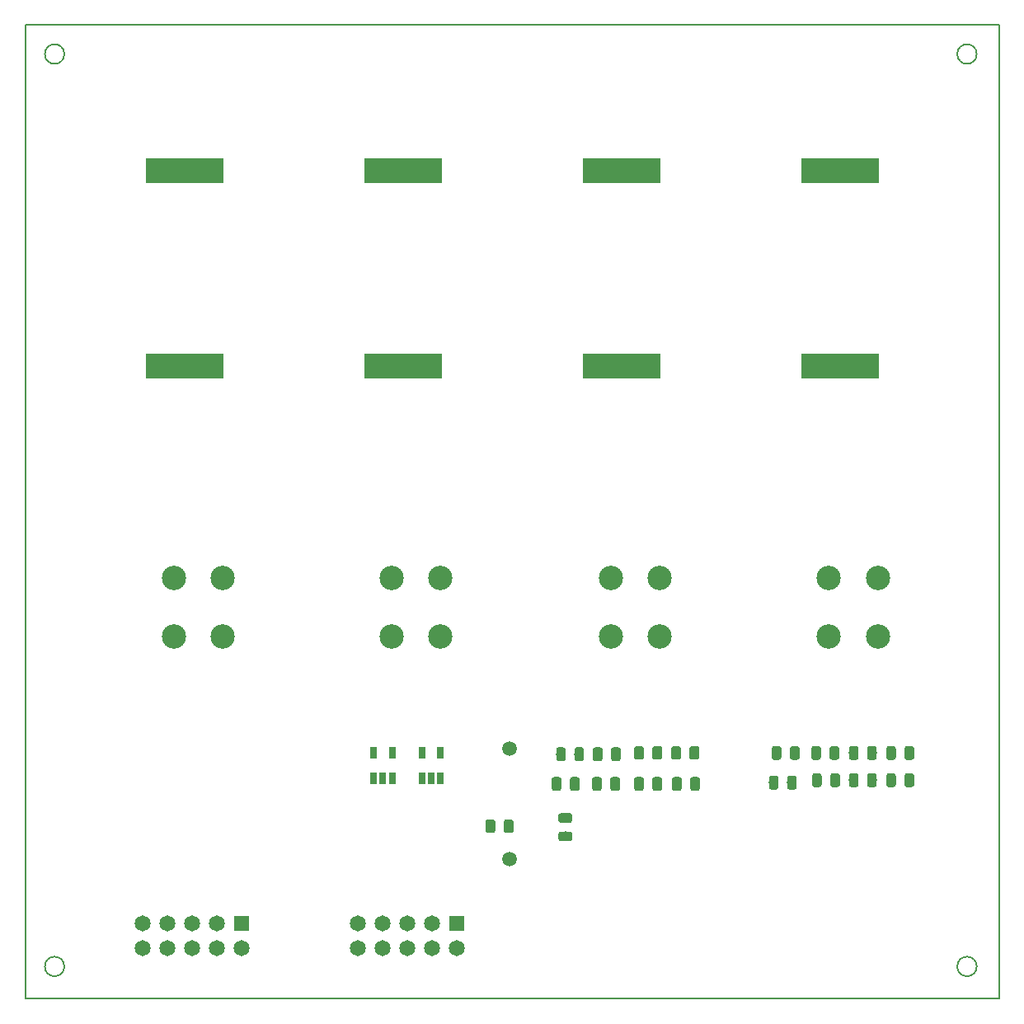
<source format=gbr>
%TF.GenerationSoftware,KiCad,Pcbnew,(5.0.0)*%
%TF.CreationDate,2020-03-23T14:18:08+01:00*%
%TF.ProjectId,Schaltplan_Modul1,536368616C74706C616E5F4D6F64756C,rev?*%
%TF.SameCoordinates,Original*%
%TF.FileFunction,Soldermask,Top*%
%TF.FilePolarity,Negative*%
%FSLAX46Y46*%
G04 Gerber Fmt 4.6, Leading zero omitted, Abs format (unit mm)*
G04 Created by KiCad (PCBNEW (5.0.0)) date 03/23/20 14:18:08*
%MOMM*%
%LPD*%
G01*
G04 APERTURE LIST*
%ADD10C,0.200000*%
%ADD11R,1.650000X1.650000*%
%ADD12C,1.650000*%
%ADD13C,1.500000*%
%ADD14C,2.500000*%
%ADD15C,0.150000*%
%ADD16C,0.975000*%
%ADD17R,8.000000X2.500000*%
%ADD18R,0.650000X1.220000*%
G04 APERTURE END LIST*
D10*
X197695000Y-146695000D02*
G75*
G03X197695000Y-146695000I-1000000J0D01*
G01*
X197695000Y-53000000D02*
G75*
G03X197695000Y-53000000I-1000000J0D01*
G01*
X104000000Y-53000000D02*
G75*
G03X104000000Y-53000000I-1000000J0D01*
G01*
X104000000Y-146695000D02*
G75*
G03X104000000Y-146695000I-1000000J0D01*
G01*
X100000000Y-150000000D02*
X200000000Y-150000000D01*
X100000000Y-50000000D02*
X100000000Y-150000000D01*
X200000000Y-50000000D02*
X200000000Y-150000000D01*
X100000000Y-50000000D02*
X200000000Y-50000000D01*
D11*
%TO.C,J3*%
X122230000Y-142310000D03*
D12*
X122230000Y-144850000D03*
X119690000Y-142310000D03*
X119690000Y-144850000D03*
X117150000Y-142310000D03*
X117150000Y-144850000D03*
X114610000Y-142310000D03*
X114610000Y-144850000D03*
X112070000Y-142310000D03*
X112070000Y-144850000D03*
%TD*%
D11*
%TO.C,J1*%
X144304000Y-142310000D03*
D12*
X144304000Y-144850000D03*
X141764000Y-142310000D03*
X141764000Y-144850000D03*
X139224000Y-142310000D03*
X139224000Y-144850000D03*
X136684000Y-142310000D03*
X136684000Y-144850000D03*
X134144000Y-142310000D03*
X134144000Y-144850000D03*
%TD*%
D13*
%TO.C,R_POT1*%
X149750000Y-135650000D03*
X149750000Y-124350000D03*
%TD*%
D14*
%TO.C,J2*%
X142604998Y-106800000D03*
X137604998Y-106800000D03*
X142604998Y-112800000D03*
X137604998Y-112800000D03*
%TD*%
D15*
%TO.C,C1*%
G36*
X191042642Y-126867174D02*
X191066303Y-126870684D01*
X191089507Y-126876496D01*
X191112029Y-126884554D01*
X191133653Y-126894782D01*
X191154170Y-126907079D01*
X191173383Y-126921329D01*
X191191107Y-126937393D01*
X191207171Y-126955117D01*
X191221421Y-126974330D01*
X191233718Y-126994847D01*
X191243946Y-127016471D01*
X191252004Y-127038993D01*
X191257816Y-127062197D01*
X191261326Y-127085858D01*
X191262500Y-127109750D01*
X191262500Y-128022250D01*
X191261326Y-128046142D01*
X191257816Y-128069803D01*
X191252004Y-128093007D01*
X191243946Y-128115529D01*
X191233718Y-128137153D01*
X191221421Y-128157670D01*
X191207171Y-128176883D01*
X191191107Y-128194607D01*
X191173383Y-128210671D01*
X191154170Y-128224921D01*
X191133653Y-128237218D01*
X191112029Y-128247446D01*
X191089507Y-128255504D01*
X191066303Y-128261316D01*
X191042642Y-128264826D01*
X191018750Y-128266000D01*
X190531250Y-128266000D01*
X190507358Y-128264826D01*
X190483697Y-128261316D01*
X190460493Y-128255504D01*
X190437971Y-128247446D01*
X190416347Y-128237218D01*
X190395830Y-128224921D01*
X190376617Y-128210671D01*
X190358893Y-128194607D01*
X190342829Y-128176883D01*
X190328579Y-128157670D01*
X190316282Y-128137153D01*
X190306054Y-128115529D01*
X190297996Y-128093007D01*
X190292184Y-128069803D01*
X190288674Y-128046142D01*
X190287500Y-128022250D01*
X190287500Y-127109750D01*
X190288674Y-127085858D01*
X190292184Y-127062197D01*
X190297996Y-127038993D01*
X190306054Y-127016471D01*
X190316282Y-126994847D01*
X190328579Y-126974330D01*
X190342829Y-126955117D01*
X190358893Y-126937393D01*
X190376617Y-126921329D01*
X190395830Y-126907079D01*
X190416347Y-126894782D01*
X190437971Y-126884554D01*
X190460493Y-126876496D01*
X190483697Y-126870684D01*
X190507358Y-126867174D01*
X190531250Y-126866000D01*
X191018750Y-126866000D01*
X191042642Y-126867174D01*
X191042642Y-126867174D01*
G37*
D16*
X190775000Y-127566000D03*
D15*
G36*
X189167642Y-126867174D02*
X189191303Y-126870684D01*
X189214507Y-126876496D01*
X189237029Y-126884554D01*
X189258653Y-126894782D01*
X189279170Y-126907079D01*
X189298383Y-126921329D01*
X189316107Y-126937393D01*
X189332171Y-126955117D01*
X189346421Y-126974330D01*
X189358718Y-126994847D01*
X189368946Y-127016471D01*
X189377004Y-127038993D01*
X189382816Y-127062197D01*
X189386326Y-127085858D01*
X189387500Y-127109750D01*
X189387500Y-128022250D01*
X189386326Y-128046142D01*
X189382816Y-128069803D01*
X189377004Y-128093007D01*
X189368946Y-128115529D01*
X189358718Y-128137153D01*
X189346421Y-128157670D01*
X189332171Y-128176883D01*
X189316107Y-128194607D01*
X189298383Y-128210671D01*
X189279170Y-128224921D01*
X189258653Y-128237218D01*
X189237029Y-128247446D01*
X189214507Y-128255504D01*
X189191303Y-128261316D01*
X189167642Y-128264826D01*
X189143750Y-128266000D01*
X188656250Y-128266000D01*
X188632358Y-128264826D01*
X188608697Y-128261316D01*
X188585493Y-128255504D01*
X188562971Y-128247446D01*
X188541347Y-128237218D01*
X188520830Y-128224921D01*
X188501617Y-128210671D01*
X188483893Y-128194607D01*
X188467829Y-128176883D01*
X188453579Y-128157670D01*
X188441282Y-128137153D01*
X188431054Y-128115529D01*
X188422996Y-128093007D01*
X188417184Y-128069803D01*
X188413674Y-128046142D01*
X188412500Y-128022250D01*
X188412500Y-127109750D01*
X188413674Y-127085858D01*
X188417184Y-127062197D01*
X188422996Y-127038993D01*
X188431054Y-127016471D01*
X188441282Y-126994847D01*
X188453579Y-126974330D01*
X188467829Y-126955117D01*
X188483893Y-126937393D01*
X188501617Y-126921329D01*
X188520830Y-126907079D01*
X188541347Y-126894782D01*
X188562971Y-126884554D01*
X188585493Y-126876496D01*
X188608697Y-126870684D01*
X188632358Y-126867174D01*
X188656250Y-126866000D01*
X189143750Y-126866000D01*
X189167642Y-126867174D01*
X189167642Y-126867174D01*
G37*
D16*
X188900000Y-127566000D03*
%TD*%
D15*
%TO.C,C2*%
G36*
X169040642Y-127245174D02*
X169064303Y-127248684D01*
X169087507Y-127254496D01*
X169110029Y-127262554D01*
X169131653Y-127272782D01*
X169152170Y-127285079D01*
X169171383Y-127299329D01*
X169189107Y-127315393D01*
X169205171Y-127333117D01*
X169219421Y-127352330D01*
X169231718Y-127372847D01*
X169241946Y-127394471D01*
X169250004Y-127416993D01*
X169255816Y-127440197D01*
X169259326Y-127463858D01*
X169260500Y-127487750D01*
X169260500Y-128400250D01*
X169259326Y-128424142D01*
X169255816Y-128447803D01*
X169250004Y-128471007D01*
X169241946Y-128493529D01*
X169231718Y-128515153D01*
X169219421Y-128535670D01*
X169205171Y-128554883D01*
X169189107Y-128572607D01*
X169171383Y-128588671D01*
X169152170Y-128602921D01*
X169131653Y-128615218D01*
X169110029Y-128625446D01*
X169087507Y-128633504D01*
X169064303Y-128639316D01*
X169040642Y-128642826D01*
X169016750Y-128644000D01*
X168529250Y-128644000D01*
X168505358Y-128642826D01*
X168481697Y-128639316D01*
X168458493Y-128633504D01*
X168435971Y-128625446D01*
X168414347Y-128615218D01*
X168393830Y-128602921D01*
X168374617Y-128588671D01*
X168356893Y-128572607D01*
X168340829Y-128554883D01*
X168326579Y-128535670D01*
X168314282Y-128515153D01*
X168304054Y-128493529D01*
X168295996Y-128471007D01*
X168290184Y-128447803D01*
X168286674Y-128424142D01*
X168285500Y-128400250D01*
X168285500Y-127487750D01*
X168286674Y-127463858D01*
X168290184Y-127440197D01*
X168295996Y-127416993D01*
X168304054Y-127394471D01*
X168314282Y-127372847D01*
X168326579Y-127352330D01*
X168340829Y-127333117D01*
X168356893Y-127315393D01*
X168374617Y-127299329D01*
X168393830Y-127285079D01*
X168414347Y-127272782D01*
X168435971Y-127262554D01*
X168458493Y-127254496D01*
X168481697Y-127248684D01*
X168505358Y-127245174D01*
X168529250Y-127244000D01*
X169016750Y-127244000D01*
X169040642Y-127245174D01*
X169040642Y-127245174D01*
G37*
D16*
X168773000Y-127944000D03*
D15*
G36*
X167165642Y-127245174D02*
X167189303Y-127248684D01*
X167212507Y-127254496D01*
X167235029Y-127262554D01*
X167256653Y-127272782D01*
X167277170Y-127285079D01*
X167296383Y-127299329D01*
X167314107Y-127315393D01*
X167330171Y-127333117D01*
X167344421Y-127352330D01*
X167356718Y-127372847D01*
X167366946Y-127394471D01*
X167375004Y-127416993D01*
X167380816Y-127440197D01*
X167384326Y-127463858D01*
X167385500Y-127487750D01*
X167385500Y-128400250D01*
X167384326Y-128424142D01*
X167380816Y-128447803D01*
X167375004Y-128471007D01*
X167366946Y-128493529D01*
X167356718Y-128515153D01*
X167344421Y-128535670D01*
X167330171Y-128554883D01*
X167314107Y-128572607D01*
X167296383Y-128588671D01*
X167277170Y-128602921D01*
X167256653Y-128615218D01*
X167235029Y-128625446D01*
X167212507Y-128633504D01*
X167189303Y-128639316D01*
X167165642Y-128642826D01*
X167141750Y-128644000D01*
X166654250Y-128644000D01*
X166630358Y-128642826D01*
X166606697Y-128639316D01*
X166583493Y-128633504D01*
X166560971Y-128625446D01*
X166539347Y-128615218D01*
X166518830Y-128602921D01*
X166499617Y-128588671D01*
X166481893Y-128572607D01*
X166465829Y-128554883D01*
X166451579Y-128535670D01*
X166439282Y-128515153D01*
X166429054Y-128493529D01*
X166420996Y-128471007D01*
X166415184Y-128447803D01*
X166411674Y-128424142D01*
X166410500Y-128400250D01*
X166410500Y-127487750D01*
X166411674Y-127463858D01*
X166415184Y-127440197D01*
X166420996Y-127416993D01*
X166429054Y-127394471D01*
X166439282Y-127372847D01*
X166451579Y-127352330D01*
X166465829Y-127333117D01*
X166481893Y-127315393D01*
X166499617Y-127299329D01*
X166518830Y-127285079D01*
X166539347Y-127272782D01*
X166560971Y-127262554D01*
X166583493Y-127254496D01*
X166606697Y-127248684D01*
X166630358Y-127245174D01*
X166654250Y-127244000D01*
X167141750Y-127244000D01*
X167165642Y-127245174D01*
X167165642Y-127245174D01*
G37*
D16*
X166898000Y-127944000D03*
%TD*%
D15*
%TO.C,C9*%
G36*
X177102642Y-127121174D02*
X177126303Y-127124684D01*
X177149507Y-127130496D01*
X177172029Y-127138554D01*
X177193653Y-127148782D01*
X177214170Y-127161079D01*
X177233383Y-127175329D01*
X177251107Y-127191393D01*
X177267171Y-127209117D01*
X177281421Y-127228330D01*
X177293718Y-127248847D01*
X177303946Y-127270471D01*
X177312004Y-127292993D01*
X177317816Y-127316197D01*
X177321326Y-127339858D01*
X177322500Y-127363750D01*
X177322500Y-128276250D01*
X177321326Y-128300142D01*
X177317816Y-128323803D01*
X177312004Y-128347007D01*
X177303946Y-128369529D01*
X177293718Y-128391153D01*
X177281421Y-128411670D01*
X177267171Y-128430883D01*
X177251107Y-128448607D01*
X177233383Y-128464671D01*
X177214170Y-128478921D01*
X177193653Y-128491218D01*
X177172029Y-128501446D01*
X177149507Y-128509504D01*
X177126303Y-128515316D01*
X177102642Y-128518826D01*
X177078750Y-128520000D01*
X176591250Y-128520000D01*
X176567358Y-128518826D01*
X176543697Y-128515316D01*
X176520493Y-128509504D01*
X176497971Y-128501446D01*
X176476347Y-128491218D01*
X176455830Y-128478921D01*
X176436617Y-128464671D01*
X176418893Y-128448607D01*
X176402829Y-128430883D01*
X176388579Y-128411670D01*
X176376282Y-128391153D01*
X176366054Y-128369529D01*
X176357996Y-128347007D01*
X176352184Y-128323803D01*
X176348674Y-128300142D01*
X176347500Y-128276250D01*
X176347500Y-127363750D01*
X176348674Y-127339858D01*
X176352184Y-127316197D01*
X176357996Y-127292993D01*
X176366054Y-127270471D01*
X176376282Y-127248847D01*
X176388579Y-127228330D01*
X176402829Y-127209117D01*
X176418893Y-127191393D01*
X176436617Y-127175329D01*
X176455830Y-127161079D01*
X176476347Y-127148782D01*
X176497971Y-127138554D01*
X176520493Y-127130496D01*
X176543697Y-127124684D01*
X176567358Y-127121174D01*
X176591250Y-127120000D01*
X177078750Y-127120000D01*
X177102642Y-127121174D01*
X177102642Y-127121174D01*
G37*
D16*
X176835000Y-127820000D03*
D15*
G36*
X178977642Y-127121174D02*
X179001303Y-127124684D01*
X179024507Y-127130496D01*
X179047029Y-127138554D01*
X179068653Y-127148782D01*
X179089170Y-127161079D01*
X179108383Y-127175329D01*
X179126107Y-127191393D01*
X179142171Y-127209117D01*
X179156421Y-127228330D01*
X179168718Y-127248847D01*
X179178946Y-127270471D01*
X179187004Y-127292993D01*
X179192816Y-127316197D01*
X179196326Y-127339858D01*
X179197500Y-127363750D01*
X179197500Y-128276250D01*
X179196326Y-128300142D01*
X179192816Y-128323803D01*
X179187004Y-128347007D01*
X179178946Y-128369529D01*
X179168718Y-128391153D01*
X179156421Y-128411670D01*
X179142171Y-128430883D01*
X179126107Y-128448607D01*
X179108383Y-128464671D01*
X179089170Y-128478921D01*
X179068653Y-128491218D01*
X179047029Y-128501446D01*
X179024507Y-128509504D01*
X179001303Y-128515316D01*
X178977642Y-128518826D01*
X178953750Y-128520000D01*
X178466250Y-128520000D01*
X178442358Y-128518826D01*
X178418697Y-128515316D01*
X178395493Y-128509504D01*
X178372971Y-128501446D01*
X178351347Y-128491218D01*
X178330830Y-128478921D01*
X178311617Y-128464671D01*
X178293893Y-128448607D01*
X178277829Y-128430883D01*
X178263579Y-128411670D01*
X178251282Y-128391153D01*
X178241054Y-128369529D01*
X178232996Y-128347007D01*
X178227184Y-128323803D01*
X178223674Y-128300142D01*
X178222500Y-128276250D01*
X178222500Y-127363750D01*
X178223674Y-127339858D01*
X178227184Y-127316197D01*
X178232996Y-127292993D01*
X178241054Y-127270471D01*
X178251282Y-127248847D01*
X178263579Y-127228330D01*
X178277829Y-127209117D01*
X178293893Y-127191393D01*
X178311617Y-127175329D01*
X178330830Y-127161079D01*
X178351347Y-127148782D01*
X178372971Y-127138554D01*
X178395493Y-127130496D01*
X178418697Y-127124684D01*
X178442358Y-127121174D01*
X178466250Y-127120000D01*
X178953750Y-127120000D01*
X178977642Y-127121174D01*
X178977642Y-127121174D01*
G37*
D16*
X178710000Y-127820000D03*
%TD*%
D15*
%TO.C,C8*%
G36*
X154816642Y-127245174D02*
X154840303Y-127248684D01*
X154863507Y-127254496D01*
X154886029Y-127262554D01*
X154907653Y-127272782D01*
X154928170Y-127285079D01*
X154947383Y-127299329D01*
X154965107Y-127315393D01*
X154981171Y-127333117D01*
X154995421Y-127352330D01*
X155007718Y-127372847D01*
X155017946Y-127394471D01*
X155026004Y-127416993D01*
X155031816Y-127440197D01*
X155035326Y-127463858D01*
X155036500Y-127487750D01*
X155036500Y-128400250D01*
X155035326Y-128424142D01*
X155031816Y-128447803D01*
X155026004Y-128471007D01*
X155017946Y-128493529D01*
X155007718Y-128515153D01*
X154995421Y-128535670D01*
X154981171Y-128554883D01*
X154965107Y-128572607D01*
X154947383Y-128588671D01*
X154928170Y-128602921D01*
X154907653Y-128615218D01*
X154886029Y-128625446D01*
X154863507Y-128633504D01*
X154840303Y-128639316D01*
X154816642Y-128642826D01*
X154792750Y-128644000D01*
X154305250Y-128644000D01*
X154281358Y-128642826D01*
X154257697Y-128639316D01*
X154234493Y-128633504D01*
X154211971Y-128625446D01*
X154190347Y-128615218D01*
X154169830Y-128602921D01*
X154150617Y-128588671D01*
X154132893Y-128572607D01*
X154116829Y-128554883D01*
X154102579Y-128535670D01*
X154090282Y-128515153D01*
X154080054Y-128493529D01*
X154071996Y-128471007D01*
X154066184Y-128447803D01*
X154062674Y-128424142D01*
X154061500Y-128400250D01*
X154061500Y-127487750D01*
X154062674Y-127463858D01*
X154066184Y-127440197D01*
X154071996Y-127416993D01*
X154080054Y-127394471D01*
X154090282Y-127372847D01*
X154102579Y-127352330D01*
X154116829Y-127333117D01*
X154132893Y-127315393D01*
X154150617Y-127299329D01*
X154169830Y-127285079D01*
X154190347Y-127272782D01*
X154211971Y-127262554D01*
X154234493Y-127254496D01*
X154257697Y-127248684D01*
X154281358Y-127245174D01*
X154305250Y-127244000D01*
X154792750Y-127244000D01*
X154816642Y-127245174D01*
X154816642Y-127245174D01*
G37*
D16*
X154549000Y-127944000D03*
D15*
G36*
X156691642Y-127245174D02*
X156715303Y-127248684D01*
X156738507Y-127254496D01*
X156761029Y-127262554D01*
X156782653Y-127272782D01*
X156803170Y-127285079D01*
X156822383Y-127299329D01*
X156840107Y-127315393D01*
X156856171Y-127333117D01*
X156870421Y-127352330D01*
X156882718Y-127372847D01*
X156892946Y-127394471D01*
X156901004Y-127416993D01*
X156906816Y-127440197D01*
X156910326Y-127463858D01*
X156911500Y-127487750D01*
X156911500Y-128400250D01*
X156910326Y-128424142D01*
X156906816Y-128447803D01*
X156901004Y-128471007D01*
X156892946Y-128493529D01*
X156882718Y-128515153D01*
X156870421Y-128535670D01*
X156856171Y-128554883D01*
X156840107Y-128572607D01*
X156822383Y-128588671D01*
X156803170Y-128602921D01*
X156782653Y-128615218D01*
X156761029Y-128625446D01*
X156738507Y-128633504D01*
X156715303Y-128639316D01*
X156691642Y-128642826D01*
X156667750Y-128644000D01*
X156180250Y-128644000D01*
X156156358Y-128642826D01*
X156132697Y-128639316D01*
X156109493Y-128633504D01*
X156086971Y-128625446D01*
X156065347Y-128615218D01*
X156044830Y-128602921D01*
X156025617Y-128588671D01*
X156007893Y-128572607D01*
X155991829Y-128554883D01*
X155977579Y-128535670D01*
X155965282Y-128515153D01*
X155955054Y-128493529D01*
X155946996Y-128471007D01*
X155941184Y-128447803D01*
X155937674Y-128424142D01*
X155936500Y-128400250D01*
X155936500Y-127487750D01*
X155937674Y-127463858D01*
X155941184Y-127440197D01*
X155946996Y-127416993D01*
X155955054Y-127394471D01*
X155965282Y-127372847D01*
X155977579Y-127352330D01*
X155991829Y-127333117D01*
X156007893Y-127315393D01*
X156025617Y-127299329D01*
X156044830Y-127285079D01*
X156065347Y-127272782D01*
X156086971Y-127262554D01*
X156109493Y-127254496D01*
X156132697Y-127248684D01*
X156156358Y-127245174D01*
X156180250Y-127244000D01*
X156667750Y-127244000D01*
X156691642Y-127245174D01*
X156691642Y-127245174D01*
G37*
D16*
X156424000Y-127944000D03*
%TD*%
D15*
%TO.C,C7*%
G36*
X183422642Y-126867174D02*
X183446303Y-126870684D01*
X183469507Y-126876496D01*
X183492029Y-126884554D01*
X183513653Y-126894782D01*
X183534170Y-126907079D01*
X183553383Y-126921329D01*
X183571107Y-126937393D01*
X183587171Y-126955117D01*
X183601421Y-126974330D01*
X183613718Y-126994847D01*
X183623946Y-127016471D01*
X183632004Y-127038993D01*
X183637816Y-127062197D01*
X183641326Y-127085858D01*
X183642500Y-127109750D01*
X183642500Y-128022250D01*
X183641326Y-128046142D01*
X183637816Y-128069803D01*
X183632004Y-128093007D01*
X183623946Y-128115529D01*
X183613718Y-128137153D01*
X183601421Y-128157670D01*
X183587171Y-128176883D01*
X183571107Y-128194607D01*
X183553383Y-128210671D01*
X183534170Y-128224921D01*
X183513653Y-128237218D01*
X183492029Y-128247446D01*
X183469507Y-128255504D01*
X183446303Y-128261316D01*
X183422642Y-128264826D01*
X183398750Y-128266000D01*
X182911250Y-128266000D01*
X182887358Y-128264826D01*
X182863697Y-128261316D01*
X182840493Y-128255504D01*
X182817971Y-128247446D01*
X182796347Y-128237218D01*
X182775830Y-128224921D01*
X182756617Y-128210671D01*
X182738893Y-128194607D01*
X182722829Y-128176883D01*
X182708579Y-128157670D01*
X182696282Y-128137153D01*
X182686054Y-128115529D01*
X182677996Y-128093007D01*
X182672184Y-128069803D01*
X182668674Y-128046142D01*
X182667500Y-128022250D01*
X182667500Y-127109750D01*
X182668674Y-127085858D01*
X182672184Y-127062197D01*
X182677996Y-127038993D01*
X182686054Y-127016471D01*
X182696282Y-126994847D01*
X182708579Y-126974330D01*
X182722829Y-126955117D01*
X182738893Y-126937393D01*
X182756617Y-126921329D01*
X182775830Y-126907079D01*
X182796347Y-126894782D01*
X182817971Y-126884554D01*
X182840493Y-126876496D01*
X182863697Y-126870684D01*
X182887358Y-126867174D01*
X182911250Y-126866000D01*
X183398750Y-126866000D01*
X183422642Y-126867174D01*
X183422642Y-126867174D01*
G37*
D16*
X183155000Y-127566000D03*
D15*
G36*
X181547642Y-126867174D02*
X181571303Y-126870684D01*
X181594507Y-126876496D01*
X181617029Y-126884554D01*
X181638653Y-126894782D01*
X181659170Y-126907079D01*
X181678383Y-126921329D01*
X181696107Y-126937393D01*
X181712171Y-126955117D01*
X181726421Y-126974330D01*
X181738718Y-126994847D01*
X181748946Y-127016471D01*
X181757004Y-127038993D01*
X181762816Y-127062197D01*
X181766326Y-127085858D01*
X181767500Y-127109750D01*
X181767500Y-128022250D01*
X181766326Y-128046142D01*
X181762816Y-128069803D01*
X181757004Y-128093007D01*
X181748946Y-128115529D01*
X181738718Y-128137153D01*
X181726421Y-128157670D01*
X181712171Y-128176883D01*
X181696107Y-128194607D01*
X181678383Y-128210671D01*
X181659170Y-128224921D01*
X181638653Y-128237218D01*
X181617029Y-128247446D01*
X181594507Y-128255504D01*
X181571303Y-128261316D01*
X181547642Y-128264826D01*
X181523750Y-128266000D01*
X181036250Y-128266000D01*
X181012358Y-128264826D01*
X180988697Y-128261316D01*
X180965493Y-128255504D01*
X180942971Y-128247446D01*
X180921347Y-128237218D01*
X180900830Y-128224921D01*
X180881617Y-128210671D01*
X180863893Y-128194607D01*
X180847829Y-128176883D01*
X180833579Y-128157670D01*
X180821282Y-128137153D01*
X180811054Y-128115529D01*
X180802996Y-128093007D01*
X180797184Y-128069803D01*
X180793674Y-128046142D01*
X180792500Y-128022250D01*
X180792500Y-127109750D01*
X180793674Y-127085858D01*
X180797184Y-127062197D01*
X180802996Y-127038993D01*
X180811054Y-127016471D01*
X180821282Y-126994847D01*
X180833579Y-126974330D01*
X180847829Y-126955117D01*
X180863893Y-126937393D01*
X180881617Y-126921329D01*
X180900830Y-126907079D01*
X180921347Y-126894782D01*
X180942971Y-126884554D01*
X180965493Y-126876496D01*
X180988697Y-126870684D01*
X181012358Y-126867174D01*
X181036250Y-126866000D01*
X181523750Y-126866000D01*
X181547642Y-126867174D01*
X181547642Y-126867174D01*
G37*
D16*
X181280000Y-127566000D03*
%TD*%
D15*
%TO.C,C6*%
G36*
X160834142Y-127245174D02*
X160857803Y-127248684D01*
X160881007Y-127254496D01*
X160903529Y-127262554D01*
X160925153Y-127272782D01*
X160945670Y-127285079D01*
X160964883Y-127299329D01*
X160982607Y-127315393D01*
X160998671Y-127333117D01*
X161012921Y-127352330D01*
X161025218Y-127372847D01*
X161035446Y-127394471D01*
X161043504Y-127416993D01*
X161049316Y-127440197D01*
X161052826Y-127463858D01*
X161054000Y-127487750D01*
X161054000Y-128400250D01*
X161052826Y-128424142D01*
X161049316Y-128447803D01*
X161043504Y-128471007D01*
X161035446Y-128493529D01*
X161025218Y-128515153D01*
X161012921Y-128535670D01*
X160998671Y-128554883D01*
X160982607Y-128572607D01*
X160964883Y-128588671D01*
X160945670Y-128602921D01*
X160925153Y-128615218D01*
X160903529Y-128625446D01*
X160881007Y-128633504D01*
X160857803Y-128639316D01*
X160834142Y-128642826D01*
X160810250Y-128644000D01*
X160322750Y-128644000D01*
X160298858Y-128642826D01*
X160275197Y-128639316D01*
X160251993Y-128633504D01*
X160229471Y-128625446D01*
X160207847Y-128615218D01*
X160187330Y-128602921D01*
X160168117Y-128588671D01*
X160150393Y-128572607D01*
X160134329Y-128554883D01*
X160120079Y-128535670D01*
X160107782Y-128515153D01*
X160097554Y-128493529D01*
X160089496Y-128471007D01*
X160083684Y-128447803D01*
X160080174Y-128424142D01*
X160079000Y-128400250D01*
X160079000Y-127487750D01*
X160080174Y-127463858D01*
X160083684Y-127440197D01*
X160089496Y-127416993D01*
X160097554Y-127394471D01*
X160107782Y-127372847D01*
X160120079Y-127352330D01*
X160134329Y-127333117D01*
X160150393Y-127315393D01*
X160168117Y-127299329D01*
X160187330Y-127285079D01*
X160207847Y-127272782D01*
X160229471Y-127262554D01*
X160251993Y-127254496D01*
X160275197Y-127248684D01*
X160298858Y-127245174D01*
X160322750Y-127244000D01*
X160810250Y-127244000D01*
X160834142Y-127245174D01*
X160834142Y-127245174D01*
G37*
D16*
X160566500Y-127944000D03*
D15*
G36*
X158959142Y-127245174D02*
X158982803Y-127248684D01*
X159006007Y-127254496D01*
X159028529Y-127262554D01*
X159050153Y-127272782D01*
X159070670Y-127285079D01*
X159089883Y-127299329D01*
X159107607Y-127315393D01*
X159123671Y-127333117D01*
X159137921Y-127352330D01*
X159150218Y-127372847D01*
X159160446Y-127394471D01*
X159168504Y-127416993D01*
X159174316Y-127440197D01*
X159177826Y-127463858D01*
X159179000Y-127487750D01*
X159179000Y-128400250D01*
X159177826Y-128424142D01*
X159174316Y-128447803D01*
X159168504Y-128471007D01*
X159160446Y-128493529D01*
X159150218Y-128515153D01*
X159137921Y-128535670D01*
X159123671Y-128554883D01*
X159107607Y-128572607D01*
X159089883Y-128588671D01*
X159070670Y-128602921D01*
X159050153Y-128615218D01*
X159028529Y-128625446D01*
X159006007Y-128633504D01*
X158982803Y-128639316D01*
X158959142Y-128642826D01*
X158935250Y-128644000D01*
X158447750Y-128644000D01*
X158423858Y-128642826D01*
X158400197Y-128639316D01*
X158376993Y-128633504D01*
X158354471Y-128625446D01*
X158332847Y-128615218D01*
X158312330Y-128602921D01*
X158293117Y-128588671D01*
X158275393Y-128572607D01*
X158259329Y-128554883D01*
X158245079Y-128535670D01*
X158232782Y-128515153D01*
X158222554Y-128493529D01*
X158214496Y-128471007D01*
X158208684Y-128447803D01*
X158205174Y-128424142D01*
X158204000Y-128400250D01*
X158204000Y-127487750D01*
X158205174Y-127463858D01*
X158208684Y-127440197D01*
X158214496Y-127416993D01*
X158222554Y-127394471D01*
X158232782Y-127372847D01*
X158245079Y-127352330D01*
X158259329Y-127333117D01*
X158275393Y-127315393D01*
X158293117Y-127299329D01*
X158312330Y-127285079D01*
X158332847Y-127272782D01*
X158354471Y-127262554D01*
X158376993Y-127254496D01*
X158400197Y-127248684D01*
X158423858Y-127245174D01*
X158447750Y-127244000D01*
X158935250Y-127244000D01*
X158959142Y-127245174D01*
X158959142Y-127245174D01*
G37*
D16*
X158691500Y-127944000D03*
%TD*%
D15*
%TO.C,C5*%
G36*
X148019642Y-131597174D02*
X148043303Y-131600684D01*
X148066507Y-131606496D01*
X148089029Y-131614554D01*
X148110653Y-131624782D01*
X148131170Y-131637079D01*
X148150383Y-131651329D01*
X148168107Y-131667393D01*
X148184171Y-131685117D01*
X148198421Y-131704330D01*
X148210718Y-131724847D01*
X148220946Y-131746471D01*
X148229004Y-131768993D01*
X148234816Y-131792197D01*
X148238326Y-131815858D01*
X148239500Y-131839750D01*
X148239500Y-132752250D01*
X148238326Y-132776142D01*
X148234816Y-132799803D01*
X148229004Y-132823007D01*
X148220946Y-132845529D01*
X148210718Y-132867153D01*
X148198421Y-132887670D01*
X148184171Y-132906883D01*
X148168107Y-132924607D01*
X148150383Y-132940671D01*
X148131170Y-132954921D01*
X148110653Y-132967218D01*
X148089029Y-132977446D01*
X148066507Y-132985504D01*
X148043303Y-132991316D01*
X148019642Y-132994826D01*
X147995750Y-132996000D01*
X147508250Y-132996000D01*
X147484358Y-132994826D01*
X147460697Y-132991316D01*
X147437493Y-132985504D01*
X147414971Y-132977446D01*
X147393347Y-132967218D01*
X147372830Y-132954921D01*
X147353617Y-132940671D01*
X147335893Y-132924607D01*
X147319829Y-132906883D01*
X147305579Y-132887670D01*
X147293282Y-132867153D01*
X147283054Y-132845529D01*
X147274996Y-132823007D01*
X147269184Y-132799803D01*
X147265674Y-132776142D01*
X147264500Y-132752250D01*
X147264500Y-131839750D01*
X147265674Y-131815858D01*
X147269184Y-131792197D01*
X147274996Y-131768993D01*
X147283054Y-131746471D01*
X147293282Y-131724847D01*
X147305579Y-131704330D01*
X147319829Y-131685117D01*
X147335893Y-131667393D01*
X147353617Y-131651329D01*
X147372830Y-131637079D01*
X147393347Y-131624782D01*
X147414971Y-131614554D01*
X147437493Y-131606496D01*
X147460697Y-131600684D01*
X147484358Y-131597174D01*
X147508250Y-131596000D01*
X147995750Y-131596000D01*
X148019642Y-131597174D01*
X148019642Y-131597174D01*
G37*
D16*
X147752000Y-132296000D03*
D15*
G36*
X149894642Y-131597174D02*
X149918303Y-131600684D01*
X149941507Y-131606496D01*
X149964029Y-131614554D01*
X149985653Y-131624782D01*
X150006170Y-131637079D01*
X150025383Y-131651329D01*
X150043107Y-131667393D01*
X150059171Y-131685117D01*
X150073421Y-131704330D01*
X150085718Y-131724847D01*
X150095946Y-131746471D01*
X150104004Y-131768993D01*
X150109816Y-131792197D01*
X150113326Y-131815858D01*
X150114500Y-131839750D01*
X150114500Y-132752250D01*
X150113326Y-132776142D01*
X150109816Y-132799803D01*
X150104004Y-132823007D01*
X150095946Y-132845529D01*
X150085718Y-132867153D01*
X150073421Y-132887670D01*
X150059171Y-132906883D01*
X150043107Y-132924607D01*
X150025383Y-132940671D01*
X150006170Y-132954921D01*
X149985653Y-132967218D01*
X149964029Y-132977446D01*
X149941507Y-132985504D01*
X149918303Y-132991316D01*
X149894642Y-132994826D01*
X149870750Y-132996000D01*
X149383250Y-132996000D01*
X149359358Y-132994826D01*
X149335697Y-132991316D01*
X149312493Y-132985504D01*
X149289971Y-132977446D01*
X149268347Y-132967218D01*
X149247830Y-132954921D01*
X149228617Y-132940671D01*
X149210893Y-132924607D01*
X149194829Y-132906883D01*
X149180579Y-132887670D01*
X149168282Y-132867153D01*
X149158054Y-132845529D01*
X149149996Y-132823007D01*
X149144184Y-132799803D01*
X149140674Y-132776142D01*
X149139500Y-132752250D01*
X149139500Y-131839750D01*
X149140674Y-131815858D01*
X149144184Y-131792197D01*
X149149996Y-131768993D01*
X149158054Y-131746471D01*
X149168282Y-131724847D01*
X149180579Y-131704330D01*
X149194829Y-131685117D01*
X149210893Y-131667393D01*
X149228617Y-131651329D01*
X149247830Y-131637079D01*
X149268347Y-131624782D01*
X149289971Y-131614554D01*
X149312493Y-131606496D01*
X149335697Y-131600684D01*
X149359358Y-131597174D01*
X149383250Y-131596000D01*
X149870750Y-131596000D01*
X149894642Y-131597174D01*
X149894642Y-131597174D01*
G37*
D16*
X149627000Y-132296000D03*
%TD*%
D15*
%TO.C,C4*%
G36*
X163277142Y-127245174D02*
X163300803Y-127248684D01*
X163324007Y-127254496D01*
X163346529Y-127262554D01*
X163368153Y-127272782D01*
X163388670Y-127285079D01*
X163407883Y-127299329D01*
X163425607Y-127315393D01*
X163441671Y-127333117D01*
X163455921Y-127352330D01*
X163468218Y-127372847D01*
X163478446Y-127394471D01*
X163486504Y-127416993D01*
X163492316Y-127440197D01*
X163495826Y-127463858D01*
X163497000Y-127487750D01*
X163497000Y-128400250D01*
X163495826Y-128424142D01*
X163492316Y-128447803D01*
X163486504Y-128471007D01*
X163478446Y-128493529D01*
X163468218Y-128515153D01*
X163455921Y-128535670D01*
X163441671Y-128554883D01*
X163425607Y-128572607D01*
X163407883Y-128588671D01*
X163388670Y-128602921D01*
X163368153Y-128615218D01*
X163346529Y-128625446D01*
X163324007Y-128633504D01*
X163300803Y-128639316D01*
X163277142Y-128642826D01*
X163253250Y-128644000D01*
X162765750Y-128644000D01*
X162741858Y-128642826D01*
X162718197Y-128639316D01*
X162694993Y-128633504D01*
X162672471Y-128625446D01*
X162650847Y-128615218D01*
X162630330Y-128602921D01*
X162611117Y-128588671D01*
X162593393Y-128572607D01*
X162577329Y-128554883D01*
X162563079Y-128535670D01*
X162550782Y-128515153D01*
X162540554Y-128493529D01*
X162532496Y-128471007D01*
X162526684Y-128447803D01*
X162523174Y-128424142D01*
X162522000Y-128400250D01*
X162522000Y-127487750D01*
X162523174Y-127463858D01*
X162526684Y-127440197D01*
X162532496Y-127416993D01*
X162540554Y-127394471D01*
X162550782Y-127372847D01*
X162563079Y-127352330D01*
X162577329Y-127333117D01*
X162593393Y-127315393D01*
X162611117Y-127299329D01*
X162630330Y-127285079D01*
X162650847Y-127272782D01*
X162672471Y-127262554D01*
X162694993Y-127254496D01*
X162718197Y-127248684D01*
X162741858Y-127245174D01*
X162765750Y-127244000D01*
X163253250Y-127244000D01*
X163277142Y-127245174D01*
X163277142Y-127245174D01*
G37*
D16*
X163009500Y-127944000D03*
D15*
G36*
X165152142Y-127245174D02*
X165175803Y-127248684D01*
X165199007Y-127254496D01*
X165221529Y-127262554D01*
X165243153Y-127272782D01*
X165263670Y-127285079D01*
X165282883Y-127299329D01*
X165300607Y-127315393D01*
X165316671Y-127333117D01*
X165330921Y-127352330D01*
X165343218Y-127372847D01*
X165353446Y-127394471D01*
X165361504Y-127416993D01*
X165367316Y-127440197D01*
X165370826Y-127463858D01*
X165372000Y-127487750D01*
X165372000Y-128400250D01*
X165370826Y-128424142D01*
X165367316Y-128447803D01*
X165361504Y-128471007D01*
X165353446Y-128493529D01*
X165343218Y-128515153D01*
X165330921Y-128535670D01*
X165316671Y-128554883D01*
X165300607Y-128572607D01*
X165282883Y-128588671D01*
X165263670Y-128602921D01*
X165243153Y-128615218D01*
X165221529Y-128625446D01*
X165199007Y-128633504D01*
X165175803Y-128639316D01*
X165152142Y-128642826D01*
X165128250Y-128644000D01*
X164640750Y-128644000D01*
X164616858Y-128642826D01*
X164593197Y-128639316D01*
X164569993Y-128633504D01*
X164547471Y-128625446D01*
X164525847Y-128615218D01*
X164505330Y-128602921D01*
X164486117Y-128588671D01*
X164468393Y-128572607D01*
X164452329Y-128554883D01*
X164438079Y-128535670D01*
X164425782Y-128515153D01*
X164415554Y-128493529D01*
X164407496Y-128471007D01*
X164401684Y-128447803D01*
X164398174Y-128424142D01*
X164397000Y-128400250D01*
X164397000Y-127487750D01*
X164398174Y-127463858D01*
X164401684Y-127440197D01*
X164407496Y-127416993D01*
X164415554Y-127394471D01*
X164425782Y-127372847D01*
X164438079Y-127352330D01*
X164452329Y-127333117D01*
X164468393Y-127315393D01*
X164486117Y-127299329D01*
X164505330Y-127285079D01*
X164525847Y-127272782D01*
X164547471Y-127262554D01*
X164569993Y-127254496D01*
X164593197Y-127248684D01*
X164616858Y-127245174D01*
X164640750Y-127244000D01*
X165128250Y-127244000D01*
X165152142Y-127245174D01*
X165152142Y-127245174D01*
G37*
D16*
X164884500Y-127944000D03*
%TD*%
D15*
%TO.C,C3*%
G36*
X185327642Y-126867174D02*
X185351303Y-126870684D01*
X185374507Y-126876496D01*
X185397029Y-126884554D01*
X185418653Y-126894782D01*
X185439170Y-126907079D01*
X185458383Y-126921329D01*
X185476107Y-126937393D01*
X185492171Y-126955117D01*
X185506421Y-126974330D01*
X185518718Y-126994847D01*
X185528946Y-127016471D01*
X185537004Y-127038993D01*
X185542816Y-127062197D01*
X185546326Y-127085858D01*
X185547500Y-127109750D01*
X185547500Y-128022250D01*
X185546326Y-128046142D01*
X185542816Y-128069803D01*
X185537004Y-128093007D01*
X185528946Y-128115529D01*
X185518718Y-128137153D01*
X185506421Y-128157670D01*
X185492171Y-128176883D01*
X185476107Y-128194607D01*
X185458383Y-128210671D01*
X185439170Y-128224921D01*
X185418653Y-128237218D01*
X185397029Y-128247446D01*
X185374507Y-128255504D01*
X185351303Y-128261316D01*
X185327642Y-128264826D01*
X185303750Y-128266000D01*
X184816250Y-128266000D01*
X184792358Y-128264826D01*
X184768697Y-128261316D01*
X184745493Y-128255504D01*
X184722971Y-128247446D01*
X184701347Y-128237218D01*
X184680830Y-128224921D01*
X184661617Y-128210671D01*
X184643893Y-128194607D01*
X184627829Y-128176883D01*
X184613579Y-128157670D01*
X184601282Y-128137153D01*
X184591054Y-128115529D01*
X184582996Y-128093007D01*
X184577184Y-128069803D01*
X184573674Y-128046142D01*
X184572500Y-128022250D01*
X184572500Y-127109750D01*
X184573674Y-127085858D01*
X184577184Y-127062197D01*
X184582996Y-127038993D01*
X184591054Y-127016471D01*
X184601282Y-126994847D01*
X184613579Y-126974330D01*
X184627829Y-126955117D01*
X184643893Y-126937393D01*
X184661617Y-126921329D01*
X184680830Y-126907079D01*
X184701347Y-126894782D01*
X184722971Y-126884554D01*
X184745493Y-126876496D01*
X184768697Y-126870684D01*
X184792358Y-126867174D01*
X184816250Y-126866000D01*
X185303750Y-126866000D01*
X185327642Y-126867174D01*
X185327642Y-126867174D01*
G37*
D16*
X185060000Y-127566000D03*
D15*
G36*
X187202642Y-126867174D02*
X187226303Y-126870684D01*
X187249507Y-126876496D01*
X187272029Y-126884554D01*
X187293653Y-126894782D01*
X187314170Y-126907079D01*
X187333383Y-126921329D01*
X187351107Y-126937393D01*
X187367171Y-126955117D01*
X187381421Y-126974330D01*
X187393718Y-126994847D01*
X187403946Y-127016471D01*
X187412004Y-127038993D01*
X187417816Y-127062197D01*
X187421326Y-127085858D01*
X187422500Y-127109750D01*
X187422500Y-128022250D01*
X187421326Y-128046142D01*
X187417816Y-128069803D01*
X187412004Y-128093007D01*
X187403946Y-128115529D01*
X187393718Y-128137153D01*
X187381421Y-128157670D01*
X187367171Y-128176883D01*
X187351107Y-128194607D01*
X187333383Y-128210671D01*
X187314170Y-128224921D01*
X187293653Y-128237218D01*
X187272029Y-128247446D01*
X187249507Y-128255504D01*
X187226303Y-128261316D01*
X187202642Y-128264826D01*
X187178750Y-128266000D01*
X186691250Y-128266000D01*
X186667358Y-128264826D01*
X186643697Y-128261316D01*
X186620493Y-128255504D01*
X186597971Y-128247446D01*
X186576347Y-128237218D01*
X186555830Y-128224921D01*
X186536617Y-128210671D01*
X186518893Y-128194607D01*
X186502829Y-128176883D01*
X186488579Y-128157670D01*
X186476282Y-128137153D01*
X186466054Y-128115529D01*
X186457996Y-128093007D01*
X186452184Y-128069803D01*
X186448674Y-128046142D01*
X186447500Y-128022250D01*
X186447500Y-127109750D01*
X186448674Y-127085858D01*
X186452184Y-127062197D01*
X186457996Y-127038993D01*
X186466054Y-127016471D01*
X186476282Y-126994847D01*
X186488579Y-126974330D01*
X186502829Y-126955117D01*
X186518893Y-126937393D01*
X186536617Y-126921329D01*
X186555830Y-126907079D01*
X186576347Y-126894782D01*
X186597971Y-126884554D01*
X186620493Y-126876496D01*
X186643697Y-126870684D01*
X186667358Y-126867174D01*
X186691250Y-126866000D01*
X187178750Y-126866000D01*
X187202642Y-126867174D01*
X187202642Y-126867174D01*
G37*
D16*
X186935000Y-127566000D03*
%TD*%
D17*
%TO.C,TP2*%
X116355000Y-65000000D03*
%TD*%
%TO.C,TP7*%
X138785000Y-65000000D03*
%TD*%
%TO.C,TP8*%
X138785000Y-85000000D03*
%TD*%
%TO.C,TP3*%
X183645000Y-65000000D03*
%TD*%
%TO.C,TP6*%
X161215000Y-85000000D03*
%TD*%
%TO.C,TP1*%
X116355000Y-85000000D03*
%TD*%
%TO.C,TP5*%
X183645000Y-85000000D03*
%TD*%
%TO.C,TP4*%
X161215000Y-65000000D03*
%TD*%
D18*
%TO.C,U1*%
X135762000Y-124782000D03*
X137662000Y-124782000D03*
X137662000Y-127402000D03*
X136712000Y-127402000D03*
X135762000Y-127402000D03*
%TD*%
%TO.C,U2*%
X140746000Y-124782000D03*
X142646000Y-124782000D03*
X142646000Y-127402000D03*
X141696000Y-127402000D03*
X140746000Y-127402000D03*
%TD*%
D15*
%TO.C,R1*%
G36*
X187202642Y-124073174D02*
X187226303Y-124076684D01*
X187249507Y-124082496D01*
X187272029Y-124090554D01*
X187293653Y-124100782D01*
X187314170Y-124113079D01*
X187333383Y-124127329D01*
X187351107Y-124143393D01*
X187367171Y-124161117D01*
X187381421Y-124180330D01*
X187393718Y-124200847D01*
X187403946Y-124222471D01*
X187412004Y-124244993D01*
X187417816Y-124268197D01*
X187421326Y-124291858D01*
X187422500Y-124315750D01*
X187422500Y-125228250D01*
X187421326Y-125252142D01*
X187417816Y-125275803D01*
X187412004Y-125299007D01*
X187403946Y-125321529D01*
X187393718Y-125343153D01*
X187381421Y-125363670D01*
X187367171Y-125382883D01*
X187351107Y-125400607D01*
X187333383Y-125416671D01*
X187314170Y-125430921D01*
X187293653Y-125443218D01*
X187272029Y-125453446D01*
X187249507Y-125461504D01*
X187226303Y-125467316D01*
X187202642Y-125470826D01*
X187178750Y-125472000D01*
X186691250Y-125472000D01*
X186667358Y-125470826D01*
X186643697Y-125467316D01*
X186620493Y-125461504D01*
X186597971Y-125453446D01*
X186576347Y-125443218D01*
X186555830Y-125430921D01*
X186536617Y-125416671D01*
X186518893Y-125400607D01*
X186502829Y-125382883D01*
X186488579Y-125363670D01*
X186476282Y-125343153D01*
X186466054Y-125321529D01*
X186457996Y-125299007D01*
X186452184Y-125275803D01*
X186448674Y-125252142D01*
X186447500Y-125228250D01*
X186447500Y-124315750D01*
X186448674Y-124291858D01*
X186452184Y-124268197D01*
X186457996Y-124244993D01*
X186466054Y-124222471D01*
X186476282Y-124200847D01*
X186488579Y-124180330D01*
X186502829Y-124161117D01*
X186518893Y-124143393D01*
X186536617Y-124127329D01*
X186555830Y-124113079D01*
X186576347Y-124100782D01*
X186597971Y-124090554D01*
X186620493Y-124082496D01*
X186643697Y-124076684D01*
X186667358Y-124073174D01*
X186691250Y-124072000D01*
X187178750Y-124072000D01*
X187202642Y-124073174D01*
X187202642Y-124073174D01*
G37*
D16*
X186935000Y-124772000D03*
D15*
G36*
X185327642Y-124073174D02*
X185351303Y-124076684D01*
X185374507Y-124082496D01*
X185397029Y-124090554D01*
X185418653Y-124100782D01*
X185439170Y-124113079D01*
X185458383Y-124127329D01*
X185476107Y-124143393D01*
X185492171Y-124161117D01*
X185506421Y-124180330D01*
X185518718Y-124200847D01*
X185528946Y-124222471D01*
X185537004Y-124244993D01*
X185542816Y-124268197D01*
X185546326Y-124291858D01*
X185547500Y-124315750D01*
X185547500Y-125228250D01*
X185546326Y-125252142D01*
X185542816Y-125275803D01*
X185537004Y-125299007D01*
X185528946Y-125321529D01*
X185518718Y-125343153D01*
X185506421Y-125363670D01*
X185492171Y-125382883D01*
X185476107Y-125400607D01*
X185458383Y-125416671D01*
X185439170Y-125430921D01*
X185418653Y-125443218D01*
X185397029Y-125453446D01*
X185374507Y-125461504D01*
X185351303Y-125467316D01*
X185327642Y-125470826D01*
X185303750Y-125472000D01*
X184816250Y-125472000D01*
X184792358Y-125470826D01*
X184768697Y-125467316D01*
X184745493Y-125461504D01*
X184722971Y-125453446D01*
X184701347Y-125443218D01*
X184680830Y-125430921D01*
X184661617Y-125416671D01*
X184643893Y-125400607D01*
X184627829Y-125382883D01*
X184613579Y-125363670D01*
X184601282Y-125343153D01*
X184591054Y-125321529D01*
X184582996Y-125299007D01*
X184577184Y-125275803D01*
X184573674Y-125252142D01*
X184572500Y-125228250D01*
X184572500Y-124315750D01*
X184573674Y-124291858D01*
X184577184Y-124268197D01*
X184582996Y-124244993D01*
X184591054Y-124222471D01*
X184601282Y-124200847D01*
X184613579Y-124180330D01*
X184627829Y-124161117D01*
X184643893Y-124143393D01*
X184661617Y-124127329D01*
X184680830Y-124113079D01*
X184701347Y-124100782D01*
X184722971Y-124090554D01*
X184745493Y-124082496D01*
X184768697Y-124076684D01*
X184792358Y-124073174D01*
X184816250Y-124072000D01*
X185303750Y-124072000D01*
X185327642Y-124073174D01*
X185327642Y-124073174D01*
G37*
D16*
X185060000Y-124772000D03*
%TD*%
D15*
%TO.C,R2*%
G36*
X191042642Y-124073174D02*
X191066303Y-124076684D01*
X191089507Y-124082496D01*
X191112029Y-124090554D01*
X191133653Y-124100782D01*
X191154170Y-124113079D01*
X191173383Y-124127329D01*
X191191107Y-124143393D01*
X191207171Y-124161117D01*
X191221421Y-124180330D01*
X191233718Y-124200847D01*
X191243946Y-124222471D01*
X191252004Y-124244993D01*
X191257816Y-124268197D01*
X191261326Y-124291858D01*
X191262500Y-124315750D01*
X191262500Y-125228250D01*
X191261326Y-125252142D01*
X191257816Y-125275803D01*
X191252004Y-125299007D01*
X191243946Y-125321529D01*
X191233718Y-125343153D01*
X191221421Y-125363670D01*
X191207171Y-125382883D01*
X191191107Y-125400607D01*
X191173383Y-125416671D01*
X191154170Y-125430921D01*
X191133653Y-125443218D01*
X191112029Y-125453446D01*
X191089507Y-125461504D01*
X191066303Y-125467316D01*
X191042642Y-125470826D01*
X191018750Y-125472000D01*
X190531250Y-125472000D01*
X190507358Y-125470826D01*
X190483697Y-125467316D01*
X190460493Y-125461504D01*
X190437971Y-125453446D01*
X190416347Y-125443218D01*
X190395830Y-125430921D01*
X190376617Y-125416671D01*
X190358893Y-125400607D01*
X190342829Y-125382883D01*
X190328579Y-125363670D01*
X190316282Y-125343153D01*
X190306054Y-125321529D01*
X190297996Y-125299007D01*
X190292184Y-125275803D01*
X190288674Y-125252142D01*
X190287500Y-125228250D01*
X190287500Y-124315750D01*
X190288674Y-124291858D01*
X190292184Y-124268197D01*
X190297996Y-124244993D01*
X190306054Y-124222471D01*
X190316282Y-124200847D01*
X190328579Y-124180330D01*
X190342829Y-124161117D01*
X190358893Y-124143393D01*
X190376617Y-124127329D01*
X190395830Y-124113079D01*
X190416347Y-124100782D01*
X190437971Y-124090554D01*
X190460493Y-124082496D01*
X190483697Y-124076684D01*
X190507358Y-124073174D01*
X190531250Y-124072000D01*
X191018750Y-124072000D01*
X191042642Y-124073174D01*
X191042642Y-124073174D01*
G37*
D16*
X190775000Y-124772000D03*
D15*
G36*
X189167642Y-124073174D02*
X189191303Y-124076684D01*
X189214507Y-124082496D01*
X189237029Y-124090554D01*
X189258653Y-124100782D01*
X189279170Y-124113079D01*
X189298383Y-124127329D01*
X189316107Y-124143393D01*
X189332171Y-124161117D01*
X189346421Y-124180330D01*
X189358718Y-124200847D01*
X189368946Y-124222471D01*
X189377004Y-124244993D01*
X189382816Y-124268197D01*
X189386326Y-124291858D01*
X189387500Y-124315750D01*
X189387500Y-125228250D01*
X189386326Y-125252142D01*
X189382816Y-125275803D01*
X189377004Y-125299007D01*
X189368946Y-125321529D01*
X189358718Y-125343153D01*
X189346421Y-125363670D01*
X189332171Y-125382883D01*
X189316107Y-125400607D01*
X189298383Y-125416671D01*
X189279170Y-125430921D01*
X189258653Y-125443218D01*
X189237029Y-125453446D01*
X189214507Y-125461504D01*
X189191303Y-125467316D01*
X189167642Y-125470826D01*
X189143750Y-125472000D01*
X188656250Y-125472000D01*
X188632358Y-125470826D01*
X188608697Y-125467316D01*
X188585493Y-125461504D01*
X188562971Y-125453446D01*
X188541347Y-125443218D01*
X188520830Y-125430921D01*
X188501617Y-125416671D01*
X188483893Y-125400607D01*
X188467829Y-125382883D01*
X188453579Y-125363670D01*
X188441282Y-125343153D01*
X188431054Y-125321529D01*
X188422996Y-125299007D01*
X188417184Y-125275803D01*
X188413674Y-125252142D01*
X188412500Y-125228250D01*
X188412500Y-124315750D01*
X188413674Y-124291858D01*
X188417184Y-124268197D01*
X188422996Y-124244993D01*
X188431054Y-124222471D01*
X188441282Y-124200847D01*
X188453579Y-124180330D01*
X188467829Y-124161117D01*
X188483893Y-124143393D01*
X188501617Y-124127329D01*
X188520830Y-124113079D01*
X188541347Y-124100782D01*
X188562971Y-124090554D01*
X188585493Y-124082496D01*
X188608697Y-124076684D01*
X188632358Y-124073174D01*
X188656250Y-124072000D01*
X189143750Y-124072000D01*
X189167642Y-124073174D01*
X189167642Y-124073174D01*
G37*
D16*
X188900000Y-124772000D03*
%TD*%
D15*
%TO.C,R3*%
G36*
X165152142Y-124070174D02*
X165175803Y-124073684D01*
X165199007Y-124079496D01*
X165221529Y-124087554D01*
X165243153Y-124097782D01*
X165263670Y-124110079D01*
X165282883Y-124124329D01*
X165300607Y-124140393D01*
X165316671Y-124158117D01*
X165330921Y-124177330D01*
X165343218Y-124197847D01*
X165353446Y-124219471D01*
X165361504Y-124241993D01*
X165367316Y-124265197D01*
X165370826Y-124288858D01*
X165372000Y-124312750D01*
X165372000Y-125225250D01*
X165370826Y-125249142D01*
X165367316Y-125272803D01*
X165361504Y-125296007D01*
X165353446Y-125318529D01*
X165343218Y-125340153D01*
X165330921Y-125360670D01*
X165316671Y-125379883D01*
X165300607Y-125397607D01*
X165282883Y-125413671D01*
X165263670Y-125427921D01*
X165243153Y-125440218D01*
X165221529Y-125450446D01*
X165199007Y-125458504D01*
X165175803Y-125464316D01*
X165152142Y-125467826D01*
X165128250Y-125469000D01*
X164640750Y-125469000D01*
X164616858Y-125467826D01*
X164593197Y-125464316D01*
X164569993Y-125458504D01*
X164547471Y-125450446D01*
X164525847Y-125440218D01*
X164505330Y-125427921D01*
X164486117Y-125413671D01*
X164468393Y-125397607D01*
X164452329Y-125379883D01*
X164438079Y-125360670D01*
X164425782Y-125340153D01*
X164415554Y-125318529D01*
X164407496Y-125296007D01*
X164401684Y-125272803D01*
X164398174Y-125249142D01*
X164397000Y-125225250D01*
X164397000Y-124312750D01*
X164398174Y-124288858D01*
X164401684Y-124265197D01*
X164407496Y-124241993D01*
X164415554Y-124219471D01*
X164425782Y-124197847D01*
X164438079Y-124177330D01*
X164452329Y-124158117D01*
X164468393Y-124140393D01*
X164486117Y-124124329D01*
X164505330Y-124110079D01*
X164525847Y-124097782D01*
X164547471Y-124087554D01*
X164569993Y-124079496D01*
X164593197Y-124073684D01*
X164616858Y-124070174D01*
X164640750Y-124069000D01*
X165128250Y-124069000D01*
X165152142Y-124070174D01*
X165152142Y-124070174D01*
G37*
D16*
X164884500Y-124769000D03*
D15*
G36*
X163277142Y-124070174D02*
X163300803Y-124073684D01*
X163324007Y-124079496D01*
X163346529Y-124087554D01*
X163368153Y-124097782D01*
X163388670Y-124110079D01*
X163407883Y-124124329D01*
X163425607Y-124140393D01*
X163441671Y-124158117D01*
X163455921Y-124177330D01*
X163468218Y-124197847D01*
X163478446Y-124219471D01*
X163486504Y-124241993D01*
X163492316Y-124265197D01*
X163495826Y-124288858D01*
X163497000Y-124312750D01*
X163497000Y-125225250D01*
X163495826Y-125249142D01*
X163492316Y-125272803D01*
X163486504Y-125296007D01*
X163478446Y-125318529D01*
X163468218Y-125340153D01*
X163455921Y-125360670D01*
X163441671Y-125379883D01*
X163425607Y-125397607D01*
X163407883Y-125413671D01*
X163388670Y-125427921D01*
X163368153Y-125440218D01*
X163346529Y-125450446D01*
X163324007Y-125458504D01*
X163300803Y-125464316D01*
X163277142Y-125467826D01*
X163253250Y-125469000D01*
X162765750Y-125469000D01*
X162741858Y-125467826D01*
X162718197Y-125464316D01*
X162694993Y-125458504D01*
X162672471Y-125450446D01*
X162650847Y-125440218D01*
X162630330Y-125427921D01*
X162611117Y-125413671D01*
X162593393Y-125397607D01*
X162577329Y-125379883D01*
X162563079Y-125360670D01*
X162550782Y-125340153D01*
X162540554Y-125318529D01*
X162532496Y-125296007D01*
X162526684Y-125272803D01*
X162523174Y-125249142D01*
X162522000Y-125225250D01*
X162522000Y-124312750D01*
X162523174Y-124288858D01*
X162526684Y-124265197D01*
X162532496Y-124241993D01*
X162540554Y-124219471D01*
X162550782Y-124197847D01*
X162563079Y-124177330D01*
X162577329Y-124158117D01*
X162593393Y-124140393D01*
X162611117Y-124124329D01*
X162630330Y-124110079D01*
X162650847Y-124097782D01*
X162672471Y-124087554D01*
X162694993Y-124079496D01*
X162718197Y-124073684D01*
X162741858Y-124070174D01*
X162765750Y-124069000D01*
X163253250Y-124069000D01*
X163277142Y-124070174D01*
X163277142Y-124070174D01*
G37*
D16*
X163009500Y-124769000D03*
%TD*%
D15*
%TO.C,R4*%
G36*
X168962142Y-124070174D02*
X168985803Y-124073684D01*
X169009007Y-124079496D01*
X169031529Y-124087554D01*
X169053153Y-124097782D01*
X169073670Y-124110079D01*
X169092883Y-124124329D01*
X169110607Y-124140393D01*
X169126671Y-124158117D01*
X169140921Y-124177330D01*
X169153218Y-124197847D01*
X169163446Y-124219471D01*
X169171504Y-124241993D01*
X169177316Y-124265197D01*
X169180826Y-124288858D01*
X169182000Y-124312750D01*
X169182000Y-125225250D01*
X169180826Y-125249142D01*
X169177316Y-125272803D01*
X169171504Y-125296007D01*
X169163446Y-125318529D01*
X169153218Y-125340153D01*
X169140921Y-125360670D01*
X169126671Y-125379883D01*
X169110607Y-125397607D01*
X169092883Y-125413671D01*
X169073670Y-125427921D01*
X169053153Y-125440218D01*
X169031529Y-125450446D01*
X169009007Y-125458504D01*
X168985803Y-125464316D01*
X168962142Y-125467826D01*
X168938250Y-125469000D01*
X168450750Y-125469000D01*
X168426858Y-125467826D01*
X168403197Y-125464316D01*
X168379993Y-125458504D01*
X168357471Y-125450446D01*
X168335847Y-125440218D01*
X168315330Y-125427921D01*
X168296117Y-125413671D01*
X168278393Y-125397607D01*
X168262329Y-125379883D01*
X168248079Y-125360670D01*
X168235782Y-125340153D01*
X168225554Y-125318529D01*
X168217496Y-125296007D01*
X168211684Y-125272803D01*
X168208174Y-125249142D01*
X168207000Y-125225250D01*
X168207000Y-124312750D01*
X168208174Y-124288858D01*
X168211684Y-124265197D01*
X168217496Y-124241993D01*
X168225554Y-124219471D01*
X168235782Y-124197847D01*
X168248079Y-124177330D01*
X168262329Y-124158117D01*
X168278393Y-124140393D01*
X168296117Y-124124329D01*
X168315330Y-124110079D01*
X168335847Y-124097782D01*
X168357471Y-124087554D01*
X168379993Y-124079496D01*
X168403197Y-124073684D01*
X168426858Y-124070174D01*
X168450750Y-124069000D01*
X168938250Y-124069000D01*
X168962142Y-124070174D01*
X168962142Y-124070174D01*
G37*
D16*
X168694500Y-124769000D03*
D15*
G36*
X167087142Y-124070174D02*
X167110803Y-124073684D01*
X167134007Y-124079496D01*
X167156529Y-124087554D01*
X167178153Y-124097782D01*
X167198670Y-124110079D01*
X167217883Y-124124329D01*
X167235607Y-124140393D01*
X167251671Y-124158117D01*
X167265921Y-124177330D01*
X167278218Y-124197847D01*
X167288446Y-124219471D01*
X167296504Y-124241993D01*
X167302316Y-124265197D01*
X167305826Y-124288858D01*
X167307000Y-124312750D01*
X167307000Y-125225250D01*
X167305826Y-125249142D01*
X167302316Y-125272803D01*
X167296504Y-125296007D01*
X167288446Y-125318529D01*
X167278218Y-125340153D01*
X167265921Y-125360670D01*
X167251671Y-125379883D01*
X167235607Y-125397607D01*
X167217883Y-125413671D01*
X167198670Y-125427921D01*
X167178153Y-125440218D01*
X167156529Y-125450446D01*
X167134007Y-125458504D01*
X167110803Y-125464316D01*
X167087142Y-125467826D01*
X167063250Y-125469000D01*
X166575750Y-125469000D01*
X166551858Y-125467826D01*
X166528197Y-125464316D01*
X166504993Y-125458504D01*
X166482471Y-125450446D01*
X166460847Y-125440218D01*
X166440330Y-125427921D01*
X166421117Y-125413671D01*
X166403393Y-125397607D01*
X166387329Y-125379883D01*
X166373079Y-125360670D01*
X166360782Y-125340153D01*
X166350554Y-125318529D01*
X166342496Y-125296007D01*
X166336684Y-125272803D01*
X166333174Y-125249142D01*
X166332000Y-125225250D01*
X166332000Y-124312750D01*
X166333174Y-124288858D01*
X166336684Y-124265197D01*
X166342496Y-124241993D01*
X166350554Y-124219471D01*
X166360782Y-124197847D01*
X166373079Y-124177330D01*
X166387329Y-124158117D01*
X166403393Y-124140393D01*
X166421117Y-124124329D01*
X166440330Y-124110079D01*
X166460847Y-124097782D01*
X166482471Y-124087554D01*
X166504993Y-124079496D01*
X166528197Y-124073684D01*
X166551858Y-124070174D01*
X166575750Y-124069000D01*
X167063250Y-124069000D01*
X167087142Y-124070174D01*
X167087142Y-124070174D01*
G37*
D16*
X166819500Y-124769000D03*
%TD*%
D15*
%TO.C,R5*%
G36*
X155918142Y-130965174D02*
X155941803Y-130968684D01*
X155965007Y-130974496D01*
X155987529Y-130982554D01*
X156009153Y-130992782D01*
X156029670Y-131005079D01*
X156048883Y-131019329D01*
X156066607Y-131035393D01*
X156082671Y-131053117D01*
X156096921Y-131072330D01*
X156109218Y-131092847D01*
X156119446Y-131114471D01*
X156127504Y-131136993D01*
X156133316Y-131160197D01*
X156136826Y-131183858D01*
X156138000Y-131207750D01*
X156138000Y-131695250D01*
X156136826Y-131719142D01*
X156133316Y-131742803D01*
X156127504Y-131766007D01*
X156119446Y-131788529D01*
X156109218Y-131810153D01*
X156096921Y-131830670D01*
X156082671Y-131849883D01*
X156066607Y-131867607D01*
X156048883Y-131883671D01*
X156029670Y-131897921D01*
X156009153Y-131910218D01*
X155987529Y-131920446D01*
X155965007Y-131928504D01*
X155941803Y-131934316D01*
X155918142Y-131937826D01*
X155894250Y-131939000D01*
X154981750Y-131939000D01*
X154957858Y-131937826D01*
X154934197Y-131934316D01*
X154910993Y-131928504D01*
X154888471Y-131920446D01*
X154866847Y-131910218D01*
X154846330Y-131897921D01*
X154827117Y-131883671D01*
X154809393Y-131867607D01*
X154793329Y-131849883D01*
X154779079Y-131830670D01*
X154766782Y-131810153D01*
X154756554Y-131788529D01*
X154748496Y-131766007D01*
X154742684Y-131742803D01*
X154739174Y-131719142D01*
X154738000Y-131695250D01*
X154738000Y-131207750D01*
X154739174Y-131183858D01*
X154742684Y-131160197D01*
X154748496Y-131136993D01*
X154756554Y-131114471D01*
X154766782Y-131092847D01*
X154779079Y-131072330D01*
X154793329Y-131053117D01*
X154809393Y-131035393D01*
X154827117Y-131019329D01*
X154846330Y-131005079D01*
X154866847Y-130992782D01*
X154888471Y-130982554D01*
X154910993Y-130974496D01*
X154934197Y-130968684D01*
X154957858Y-130965174D01*
X154981750Y-130964000D01*
X155894250Y-130964000D01*
X155918142Y-130965174D01*
X155918142Y-130965174D01*
G37*
D16*
X155438000Y-131451500D03*
D15*
G36*
X155918142Y-132840174D02*
X155941803Y-132843684D01*
X155965007Y-132849496D01*
X155987529Y-132857554D01*
X156009153Y-132867782D01*
X156029670Y-132880079D01*
X156048883Y-132894329D01*
X156066607Y-132910393D01*
X156082671Y-132928117D01*
X156096921Y-132947330D01*
X156109218Y-132967847D01*
X156119446Y-132989471D01*
X156127504Y-133011993D01*
X156133316Y-133035197D01*
X156136826Y-133058858D01*
X156138000Y-133082750D01*
X156138000Y-133570250D01*
X156136826Y-133594142D01*
X156133316Y-133617803D01*
X156127504Y-133641007D01*
X156119446Y-133663529D01*
X156109218Y-133685153D01*
X156096921Y-133705670D01*
X156082671Y-133724883D01*
X156066607Y-133742607D01*
X156048883Y-133758671D01*
X156029670Y-133772921D01*
X156009153Y-133785218D01*
X155987529Y-133795446D01*
X155965007Y-133803504D01*
X155941803Y-133809316D01*
X155918142Y-133812826D01*
X155894250Y-133814000D01*
X154981750Y-133814000D01*
X154957858Y-133812826D01*
X154934197Y-133809316D01*
X154910993Y-133803504D01*
X154888471Y-133795446D01*
X154866847Y-133785218D01*
X154846330Y-133772921D01*
X154827117Y-133758671D01*
X154809393Y-133742607D01*
X154793329Y-133724883D01*
X154779079Y-133705670D01*
X154766782Y-133685153D01*
X154756554Y-133663529D01*
X154748496Y-133641007D01*
X154742684Y-133617803D01*
X154739174Y-133594142D01*
X154738000Y-133570250D01*
X154738000Y-133082750D01*
X154739174Y-133058858D01*
X154742684Y-133035197D01*
X154748496Y-133011993D01*
X154756554Y-132989471D01*
X154766782Y-132967847D01*
X154779079Y-132947330D01*
X154793329Y-132928117D01*
X154809393Y-132910393D01*
X154827117Y-132894329D01*
X154846330Y-132880079D01*
X154866847Y-132867782D01*
X154888471Y-132857554D01*
X154910993Y-132849496D01*
X154934197Y-132843684D01*
X154957858Y-132840174D01*
X154981750Y-132839000D01*
X155894250Y-132839000D01*
X155918142Y-132840174D01*
X155918142Y-132840174D01*
G37*
D16*
X155438000Y-133326500D03*
%TD*%
D15*
%TO.C,R6*%
G36*
X157133143Y-124197174D02*
X157156804Y-124200684D01*
X157180008Y-124206496D01*
X157202530Y-124214554D01*
X157224154Y-124224782D01*
X157244671Y-124237079D01*
X157263884Y-124251329D01*
X157281608Y-124267393D01*
X157297672Y-124285117D01*
X157311922Y-124304330D01*
X157324219Y-124324847D01*
X157334447Y-124346471D01*
X157342505Y-124368993D01*
X157348317Y-124392197D01*
X157351827Y-124415858D01*
X157353001Y-124439750D01*
X157353001Y-125352250D01*
X157351827Y-125376142D01*
X157348317Y-125399803D01*
X157342505Y-125423007D01*
X157334447Y-125445529D01*
X157324219Y-125467153D01*
X157311922Y-125487670D01*
X157297672Y-125506883D01*
X157281608Y-125524607D01*
X157263884Y-125540671D01*
X157244671Y-125554921D01*
X157224154Y-125567218D01*
X157202530Y-125577446D01*
X157180008Y-125585504D01*
X157156804Y-125591316D01*
X157133143Y-125594826D01*
X157109251Y-125596000D01*
X156621751Y-125596000D01*
X156597859Y-125594826D01*
X156574198Y-125591316D01*
X156550994Y-125585504D01*
X156528472Y-125577446D01*
X156506848Y-125567218D01*
X156486331Y-125554921D01*
X156467118Y-125540671D01*
X156449394Y-125524607D01*
X156433330Y-125506883D01*
X156419080Y-125487670D01*
X156406783Y-125467153D01*
X156396555Y-125445529D01*
X156388497Y-125423007D01*
X156382685Y-125399803D01*
X156379175Y-125376142D01*
X156378001Y-125352250D01*
X156378001Y-124439750D01*
X156379175Y-124415858D01*
X156382685Y-124392197D01*
X156388497Y-124368993D01*
X156396555Y-124346471D01*
X156406783Y-124324847D01*
X156419080Y-124304330D01*
X156433330Y-124285117D01*
X156449394Y-124267393D01*
X156467118Y-124251329D01*
X156486331Y-124237079D01*
X156506848Y-124224782D01*
X156528472Y-124214554D01*
X156550994Y-124206496D01*
X156574198Y-124200684D01*
X156597859Y-124197174D01*
X156621751Y-124196000D01*
X157109251Y-124196000D01*
X157133143Y-124197174D01*
X157133143Y-124197174D01*
G37*
D16*
X156865501Y-124896000D03*
D15*
G36*
X155258143Y-124197174D02*
X155281804Y-124200684D01*
X155305008Y-124206496D01*
X155327530Y-124214554D01*
X155349154Y-124224782D01*
X155369671Y-124237079D01*
X155388884Y-124251329D01*
X155406608Y-124267393D01*
X155422672Y-124285117D01*
X155436922Y-124304330D01*
X155449219Y-124324847D01*
X155459447Y-124346471D01*
X155467505Y-124368993D01*
X155473317Y-124392197D01*
X155476827Y-124415858D01*
X155478001Y-124439750D01*
X155478001Y-125352250D01*
X155476827Y-125376142D01*
X155473317Y-125399803D01*
X155467505Y-125423007D01*
X155459447Y-125445529D01*
X155449219Y-125467153D01*
X155436922Y-125487670D01*
X155422672Y-125506883D01*
X155406608Y-125524607D01*
X155388884Y-125540671D01*
X155369671Y-125554921D01*
X155349154Y-125567218D01*
X155327530Y-125577446D01*
X155305008Y-125585504D01*
X155281804Y-125591316D01*
X155258143Y-125594826D01*
X155234251Y-125596000D01*
X154746751Y-125596000D01*
X154722859Y-125594826D01*
X154699198Y-125591316D01*
X154675994Y-125585504D01*
X154653472Y-125577446D01*
X154631848Y-125567218D01*
X154611331Y-125554921D01*
X154592118Y-125540671D01*
X154574394Y-125524607D01*
X154558330Y-125506883D01*
X154544080Y-125487670D01*
X154531783Y-125467153D01*
X154521555Y-125445529D01*
X154513497Y-125423007D01*
X154507685Y-125399803D01*
X154504175Y-125376142D01*
X154503001Y-125352250D01*
X154503001Y-124439750D01*
X154504175Y-124415858D01*
X154507685Y-124392197D01*
X154513497Y-124368993D01*
X154521555Y-124346471D01*
X154531783Y-124324847D01*
X154544080Y-124304330D01*
X154558330Y-124285117D01*
X154574394Y-124267393D01*
X154592118Y-124251329D01*
X154611331Y-124237079D01*
X154631848Y-124224782D01*
X154653472Y-124214554D01*
X154675994Y-124206496D01*
X154699198Y-124200684D01*
X154722859Y-124197174D01*
X154746751Y-124196000D01*
X155234251Y-124196000D01*
X155258143Y-124197174D01*
X155258143Y-124197174D01*
G37*
D16*
X154990501Y-124896000D03*
%TD*%
D15*
%TO.C,R7*%
G36*
X160912642Y-124197174D02*
X160936303Y-124200684D01*
X160959507Y-124206496D01*
X160982029Y-124214554D01*
X161003653Y-124224782D01*
X161024170Y-124237079D01*
X161043383Y-124251329D01*
X161061107Y-124267393D01*
X161077171Y-124285117D01*
X161091421Y-124304330D01*
X161103718Y-124324847D01*
X161113946Y-124346471D01*
X161122004Y-124368993D01*
X161127816Y-124392197D01*
X161131326Y-124415858D01*
X161132500Y-124439750D01*
X161132500Y-125352250D01*
X161131326Y-125376142D01*
X161127816Y-125399803D01*
X161122004Y-125423007D01*
X161113946Y-125445529D01*
X161103718Y-125467153D01*
X161091421Y-125487670D01*
X161077171Y-125506883D01*
X161061107Y-125524607D01*
X161043383Y-125540671D01*
X161024170Y-125554921D01*
X161003653Y-125567218D01*
X160982029Y-125577446D01*
X160959507Y-125585504D01*
X160936303Y-125591316D01*
X160912642Y-125594826D01*
X160888750Y-125596000D01*
X160401250Y-125596000D01*
X160377358Y-125594826D01*
X160353697Y-125591316D01*
X160330493Y-125585504D01*
X160307971Y-125577446D01*
X160286347Y-125567218D01*
X160265830Y-125554921D01*
X160246617Y-125540671D01*
X160228893Y-125524607D01*
X160212829Y-125506883D01*
X160198579Y-125487670D01*
X160186282Y-125467153D01*
X160176054Y-125445529D01*
X160167996Y-125423007D01*
X160162184Y-125399803D01*
X160158674Y-125376142D01*
X160157500Y-125352250D01*
X160157500Y-124439750D01*
X160158674Y-124415858D01*
X160162184Y-124392197D01*
X160167996Y-124368993D01*
X160176054Y-124346471D01*
X160186282Y-124324847D01*
X160198579Y-124304330D01*
X160212829Y-124285117D01*
X160228893Y-124267393D01*
X160246617Y-124251329D01*
X160265830Y-124237079D01*
X160286347Y-124224782D01*
X160307971Y-124214554D01*
X160330493Y-124206496D01*
X160353697Y-124200684D01*
X160377358Y-124197174D01*
X160401250Y-124196000D01*
X160888750Y-124196000D01*
X160912642Y-124197174D01*
X160912642Y-124197174D01*
G37*
D16*
X160645000Y-124896000D03*
D15*
G36*
X159037642Y-124197174D02*
X159061303Y-124200684D01*
X159084507Y-124206496D01*
X159107029Y-124214554D01*
X159128653Y-124224782D01*
X159149170Y-124237079D01*
X159168383Y-124251329D01*
X159186107Y-124267393D01*
X159202171Y-124285117D01*
X159216421Y-124304330D01*
X159228718Y-124324847D01*
X159238946Y-124346471D01*
X159247004Y-124368993D01*
X159252816Y-124392197D01*
X159256326Y-124415858D01*
X159257500Y-124439750D01*
X159257500Y-125352250D01*
X159256326Y-125376142D01*
X159252816Y-125399803D01*
X159247004Y-125423007D01*
X159238946Y-125445529D01*
X159228718Y-125467153D01*
X159216421Y-125487670D01*
X159202171Y-125506883D01*
X159186107Y-125524607D01*
X159168383Y-125540671D01*
X159149170Y-125554921D01*
X159128653Y-125567218D01*
X159107029Y-125577446D01*
X159084507Y-125585504D01*
X159061303Y-125591316D01*
X159037642Y-125594826D01*
X159013750Y-125596000D01*
X158526250Y-125596000D01*
X158502358Y-125594826D01*
X158478697Y-125591316D01*
X158455493Y-125585504D01*
X158432971Y-125577446D01*
X158411347Y-125567218D01*
X158390830Y-125554921D01*
X158371617Y-125540671D01*
X158353893Y-125524607D01*
X158337829Y-125506883D01*
X158323579Y-125487670D01*
X158311282Y-125467153D01*
X158301054Y-125445529D01*
X158292996Y-125423007D01*
X158287184Y-125399803D01*
X158283674Y-125376142D01*
X158282500Y-125352250D01*
X158282500Y-124439750D01*
X158283674Y-124415858D01*
X158287184Y-124392197D01*
X158292996Y-124368993D01*
X158301054Y-124346471D01*
X158311282Y-124324847D01*
X158323579Y-124304330D01*
X158337829Y-124285117D01*
X158353893Y-124267393D01*
X158371617Y-124251329D01*
X158390830Y-124237079D01*
X158411347Y-124224782D01*
X158432971Y-124214554D01*
X158455493Y-124206496D01*
X158478697Y-124200684D01*
X158502358Y-124197174D01*
X158526250Y-124196000D01*
X159013750Y-124196000D01*
X159037642Y-124197174D01*
X159037642Y-124197174D01*
G37*
D16*
X158770000Y-124896000D03*
%TD*%
D15*
%TO.C,R8*%
G36*
X179280142Y-124073174D02*
X179303803Y-124076684D01*
X179327007Y-124082496D01*
X179349529Y-124090554D01*
X179371153Y-124100782D01*
X179391670Y-124113079D01*
X179410883Y-124127329D01*
X179428607Y-124143393D01*
X179444671Y-124161117D01*
X179458921Y-124180330D01*
X179471218Y-124200847D01*
X179481446Y-124222471D01*
X179489504Y-124244993D01*
X179495316Y-124268197D01*
X179498826Y-124291858D01*
X179500000Y-124315750D01*
X179500000Y-125228250D01*
X179498826Y-125252142D01*
X179495316Y-125275803D01*
X179489504Y-125299007D01*
X179481446Y-125321529D01*
X179471218Y-125343153D01*
X179458921Y-125363670D01*
X179444671Y-125382883D01*
X179428607Y-125400607D01*
X179410883Y-125416671D01*
X179391670Y-125430921D01*
X179371153Y-125443218D01*
X179349529Y-125453446D01*
X179327007Y-125461504D01*
X179303803Y-125467316D01*
X179280142Y-125470826D01*
X179256250Y-125472000D01*
X178768750Y-125472000D01*
X178744858Y-125470826D01*
X178721197Y-125467316D01*
X178697993Y-125461504D01*
X178675471Y-125453446D01*
X178653847Y-125443218D01*
X178633330Y-125430921D01*
X178614117Y-125416671D01*
X178596393Y-125400607D01*
X178580329Y-125382883D01*
X178566079Y-125363670D01*
X178553782Y-125343153D01*
X178543554Y-125321529D01*
X178535496Y-125299007D01*
X178529684Y-125275803D01*
X178526174Y-125252142D01*
X178525000Y-125228250D01*
X178525000Y-124315750D01*
X178526174Y-124291858D01*
X178529684Y-124268197D01*
X178535496Y-124244993D01*
X178543554Y-124222471D01*
X178553782Y-124200847D01*
X178566079Y-124180330D01*
X178580329Y-124161117D01*
X178596393Y-124143393D01*
X178614117Y-124127329D01*
X178633330Y-124113079D01*
X178653847Y-124100782D01*
X178675471Y-124090554D01*
X178697993Y-124082496D01*
X178721197Y-124076684D01*
X178744858Y-124073174D01*
X178768750Y-124072000D01*
X179256250Y-124072000D01*
X179280142Y-124073174D01*
X179280142Y-124073174D01*
G37*
D16*
X179012500Y-124772000D03*
D15*
G36*
X177405142Y-124073174D02*
X177428803Y-124076684D01*
X177452007Y-124082496D01*
X177474529Y-124090554D01*
X177496153Y-124100782D01*
X177516670Y-124113079D01*
X177535883Y-124127329D01*
X177553607Y-124143393D01*
X177569671Y-124161117D01*
X177583921Y-124180330D01*
X177596218Y-124200847D01*
X177606446Y-124222471D01*
X177614504Y-124244993D01*
X177620316Y-124268197D01*
X177623826Y-124291858D01*
X177625000Y-124315750D01*
X177625000Y-125228250D01*
X177623826Y-125252142D01*
X177620316Y-125275803D01*
X177614504Y-125299007D01*
X177606446Y-125321529D01*
X177596218Y-125343153D01*
X177583921Y-125363670D01*
X177569671Y-125382883D01*
X177553607Y-125400607D01*
X177535883Y-125416671D01*
X177516670Y-125430921D01*
X177496153Y-125443218D01*
X177474529Y-125453446D01*
X177452007Y-125461504D01*
X177428803Y-125467316D01*
X177405142Y-125470826D01*
X177381250Y-125472000D01*
X176893750Y-125472000D01*
X176869858Y-125470826D01*
X176846197Y-125467316D01*
X176822993Y-125461504D01*
X176800471Y-125453446D01*
X176778847Y-125443218D01*
X176758330Y-125430921D01*
X176739117Y-125416671D01*
X176721393Y-125400607D01*
X176705329Y-125382883D01*
X176691079Y-125363670D01*
X176678782Y-125343153D01*
X176668554Y-125321529D01*
X176660496Y-125299007D01*
X176654684Y-125275803D01*
X176651174Y-125252142D01*
X176650000Y-125228250D01*
X176650000Y-124315750D01*
X176651174Y-124291858D01*
X176654684Y-124268197D01*
X176660496Y-124244993D01*
X176668554Y-124222471D01*
X176678782Y-124200847D01*
X176691079Y-124180330D01*
X176705329Y-124161117D01*
X176721393Y-124143393D01*
X176739117Y-124127329D01*
X176758330Y-124113079D01*
X176778847Y-124100782D01*
X176800471Y-124090554D01*
X176822993Y-124082496D01*
X176846197Y-124076684D01*
X176869858Y-124073174D01*
X176893750Y-124072000D01*
X177381250Y-124072000D01*
X177405142Y-124073174D01*
X177405142Y-124073174D01*
G37*
D16*
X177137500Y-124772000D03*
%TD*%
D15*
%TO.C,R9*%
G36*
X183344142Y-124073174D02*
X183367803Y-124076684D01*
X183391007Y-124082496D01*
X183413529Y-124090554D01*
X183435153Y-124100782D01*
X183455670Y-124113079D01*
X183474883Y-124127329D01*
X183492607Y-124143393D01*
X183508671Y-124161117D01*
X183522921Y-124180330D01*
X183535218Y-124200847D01*
X183545446Y-124222471D01*
X183553504Y-124244993D01*
X183559316Y-124268197D01*
X183562826Y-124291858D01*
X183564000Y-124315750D01*
X183564000Y-125228250D01*
X183562826Y-125252142D01*
X183559316Y-125275803D01*
X183553504Y-125299007D01*
X183545446Y-125321529D01*
X183535218Y-125343153D01*
X183522921Y-125363670D01*
X183508671Y-125382883D01*
X183492607Y-125400607D01*
X183474883Y-125416671D01*
X183455670Y-125430921D01*
X183435153Y-125443218D01*
X183413529Y-125453446D01*
X183391007Y-125461504D01*
X183367803Y-125467316D01*
X183344142Y-125470826D01*
X183320250Y-125472000D01*
X182832750Y-125472000D01*
X182808858Y-125470826D01*
X182785197Y-125467316D01*
X182761993Y-125461504D01*
X182739471Y-125453446D01*
X182717847Y-125443218D01*
X182697330Y-125430921D01*
X182678117Y-125416671D01*
X182660393Y-125400607D01*
X182644329Y-125382883D01*
X182630079Y-125363670D01*
X182617782Y-125343153D01*
X182607554Y-125321529D01*
X182599496Y-125299007D01*
X182593684Y-125275803D01*
X182590174Y-125252142D01*
X182589000Y-125228250D01*
X182589000Y-124315750D01*
X182590174Y-124291858D01*
X182593684Y-124268197D01*
X182599496Y-124244993D01*
X182607554Y-124222471D01*
X182617782Y-124200847D01*
X182630079Y-124180330D01*
X182644329Y-124161117D01*
X182660393Y-124143393D01*
X182678117Y-124127329D01*
X182697330Y-124113079D01*
X182717847Y-124100782D01*
X182739471Y-124090554D01*
X182761993Y-124082496D01*
X182785197Y-124076684D01*
X182808858Y-124073174D01*
X182832750Y-124072000D01*
X183320250Y-124072000D01*
X183344142Y-124073174D01*
X183344142Y-124073174D01*
G37*
D16*
X183076500Y-124772000D03*
D15*
G36*
X181469142Y-124073174D02*
X181492803Y-124076684D01*
X181516007Y-124082496D01*
X181538529Y-124090554D01*
X181560153Y-124100782D01*
X181580670Y-124113079D01*
X181599883Y-124127329D01*
X181617607Y-124143393D01*
X181633671Y-124161117D01*
X181647921Y-124180330D01*
X181660218Y-124200847D01*
X181670446Y-124222471D01*
X181678504Y-124244993D01*
X181684316Y-124268197D01*
X181687826Y-124291858D01*
X181689000Y-124315750D01*
X181689000Y-125228250D01*
X181687826Y-125252142D01*
X181684316Y-125275803D01*
X181678504Y-125299007D01*
X181670446Y-125321529D01*
X181660218Y-125343153D01*
X181647921Y-125363670D01*
X181633671Y-125382883D01*
X181617607Y-125400607D01*
X181599883Y-125416671D01*
X181580670Y-125430921D01*
X181560153Y-125443218D01*
X181538529Y-125453446D01*
X181516007Y-125461504D01*
X181492803Y-125467316D01*
X181469142Y-125470826D01*
X181445250Y-125472000D01*
X180957750Y-125472000D01*
X180933858Y-125470826D01*
X180910197Y-125467316D01*
X180886993Y-125461504D01*
X180864471Y-125453446D01*
X180842847Y-125443218D01*
X180822330Y-125430921D01*
X180803117Y-125416671D01*
X180785393Y-125400607D01*
X180769329Y-125382883D01*
X180755079Y-125363670D01*
X180742782Y-125343153D01*
X180732554Y-125321529D01*
X180724496Y-125299007D01*
X180718684Y-125275803D01*
X180715174Y-125252142D01*
X180714000Y-125228250D01*
X180714000Y-124315750D01*
X180715174Y-124291858D01*
X180718684Y-124268197D01*
X180724496Y-124244993D01*
X180732554Y-124222471D01*
X180742782Y-124200847D01*
X180755079Y-124180330D01*
X180769329Y-124161117D01*
X180785393Y-124143393D01*
X180803117Y-124127329D01*
X180822330Y-124113079D01*
X180842847Y-124100782D01*
X180864471Y-124090554D01*
X180886993Y-124082496D01*
X180910197Y-124076684D01*
X180933858Y-124073174D01*
X180957750Y-124072000D01*
X181445250Y-124072000D01*
X181469142Y-124073174D01*
X181469142Y-124073174D01*
G37*
D16*
X181201500Y-124772000D03*
%TD*%
D14*
%TO.C,J6*%
X120232500Y-106800000D03*
X115232500Y-106800000D03*
X120232500Y-112800000D03*
X115232500Y-112800000D03*
%TD*%
%TO.C,J5*%
X165149997Y-106800000D03*
X160149997Y-106800000D03*
X165149997Y-112800000D03*
X160149997Y-112800000D03*
%TD*%
%TO.C,J4*%
X187522500Y-106800000D03*
X182522500Y-106800000D03*
X187522500Y-112800000D03*
X182522500Y-112800000D03*
%TD*%
M02*

</source>
